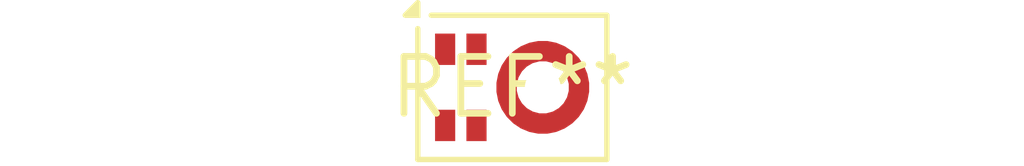
<source format=kicad_pcb>
(kicad_pcb (version 20240108) (generator pcbnew)
  (layers (0 "F.Cu" signal) (31 "B.Cu" signal) (34 "B.Paste" user) (35 "F.Paste" user) (36 "B.SilkS" user "B.Silkscreen") (37 "F.SilkS" user "F.Silkscreen") (38 "B.Mask" user) (39 "F.Mask" user) (44 "Edge.Cuts" user))
  (net 0 "")
  (footprint "Infineon_PG-LLGA-5-1" (layer "F.Cu") (at 0 0)
    (property "Reference" "REF**")
    (property "Value" "Infineon_PG-LLGA-5-1")
    (fp_line (start -2.11 1.61) (end -2.11 -1.31) (layer "F.SilkS") (stroke (width 0.12)))
    (fp_line (start -1.81 -1.61) (end 2.11 -1.61) (layer "F.SilkS") (stroke (width 0.12)))
    (fp_line (start 2.11 -1.61) (end 2.11 1.61) (layer "F.SilkS") (stroke (width 0.12)))
    (fp_line (start 2.11 1.61) (end -2.11 1.61) (layer "F.SilkS") (stroke (width 0.12)))
    (fp_poly (pts (xy -2.11 -1.61) (xy -2.39 -1.61) (xy -2.11 -1.89) (xy -2.11 -1.61)) (layer "F.SilkS") (stroke (width 0.12)) (fill solid))
    (pad "" np_thru_hole circle (at 0.68 0) (size 0.8 0.8) (drill 0.8) (layers *.Cu *.Mask))
    (pad "1" smd rect (at -1.5 -0.85) (size 0.45 0.7) (layers "F.Cu" "F.Mask"))
    (pad "2" smd rect (at -0.8 -0.85) (size 0.45 0.7) (layers "F.Cu" "F.Mask"))
    (pad "3" smd rect (at -1.5 0.85) (size 0.45 0.7) (layers "F.Cu" "F.Mask"))
    (pad "4" smd rect (at -0.8 0.85) (size 0.45 0.7) (layers "F.Cu" "F.Mask"))
    (pad "5" smd custom (at 0.68 -0.81) (size 0.4 0.4) (layers "F.Cu" "F.Mask") (options (clearance outline) (anchor circle)) (primitives (gr_circle (center 0 0.81) (end 0.81 0.81) (width 0.46) (fill no))))
  )
)
</source>
